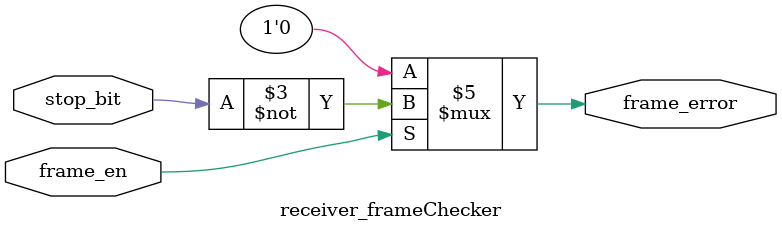
<source format=sv>
module receiver_frameChecker(
    input logic frame_en, stop_bit, //stop_bit is data_i from transmitter
    output logic frame_error
);

    always_comb begin
        if (frame_en == 1'b1) begin
            frame_error = (stop_bit != 1'b1);
        end else begin
            frame_error = 1'b0;
        end
    end
endmodule



</source>
